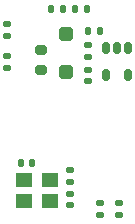
<source format=gbr>
%TF.GenerationSoftware,KiCad,Pcbnew,(6.0.1-0)*%
%TF.CreationDate,2023-04-29T18:47:22+02:00*%
%TF.ProjectId,picoprobe,7069636f-7072-46f6-9265-2e6b69636164,rev?*%
%TF.SameCoordinates,Original*%
%TF.FileFunction,Paste,Bot*%
%TF.FilePolarity,Positive*%
%FSLAX46Y46*%
G04 Gerber Fmt 4.6, Leading zero omitted, Abs format (unit mm)*
G04 Created by KiCad (PCBNEW (6.0.1-0)) date 2023-04-29 18:47:22*
%MOMM*%
%LPD*%
G01*
G04 APERTURE LIST*
G04 Aperture macros list*
%AMRoundRect*
0 Rectangle with rounded corners*
0 $1 Rounding radius*
0 $2 $3 $4 $5 $6 $7 $8 $9 X,Y pos of 4 corners*
0 Add a 4 corners polygon primitive as box body*
4,1,4,$2,$3,$4,$5,$6,$7,$8,$9,$2,$3,0*
0 Add four circle primitives for the rounded corners*
1,1,$1+$1,$2,$3*
1,1,$1+$1,$4,$5*
1,1,$1+$1,$6,$7*
1,1,$1+$1,$8,$9*
0 Add four rect primitives between the rounded corners*
20,1,$1+$1,$2,$3,$4,$5,0*
20,1,$1+$1,$4,$5,$6,$7,0*
20,1,$1+$1,$6,$7,$8,$9,0*
20,1,$1+$1,$8,$9,$2,$3,0*%
G04 Aperture macros list end*
%ADD10RoundRect,0.300000X-0.300000X-0.300000X0.300000X-0.300000X0.300000X0.300000X-0.300000X0.300000X0*%
%ADD11RoundRect,0.140000X0.140000X0.170000X-0.140000X0.170000X-0.140000X-0.170000X0.140000X-0.170000X0*%
%ADD12RoundRect,0.135000X0.185000X-0.135000X0.185000X0.135000X-0.185000X0.135000X-0.185000X-0.135000X0*%
%ADD13RoundRect,0.135000X0.135000X0.185000X-0.135000X0.185000X-0.135000X-0.185000X0.135000X-0.185000X0*%
%ADD14RoundRect,0.140000X-0.170000X0.140000X-0.170000X-0.140000X0.170000X-0.140000X0.170000X0.140000X0*%
%ADD15RoundRect,0.135000X-0.135000X-0.185000X0.135000X-0.185000X0.135000X0.185000X-0.135000X0.185000X0*%
%ADD16RoundRect,0.135000X-0.185000X0.135000X-0.185000X-0.135000X0.185000X-0.135000X0.185000X0.135000X0*%
%ADD17R,1.400000X1.200000*%
%ADD18RoundRect,0.200000X-0.275000X0.200000X-0.275000X-0.200000X0.275000X-0.200000X0.275000X0.200000X0*%
%ADD19RoundRect,0.150000X-0.150000X0.350000X-0.150000X-0.350000X0.150000X-0.350000X0.150000X0.350000X0*%
%ADD20RoundRect,0.140000X0.170000X-0.140000X0.170000X0.140000X-0.170000X0.140000X-0.170000X-0.140000X0*%
G04 APERTURE END LIST*
D10*
%TO.C,D1*%
X159850000Y-93330000D03*
X159850000Y-96530000D03*
%TD*%
D11*
%TO.C,C16*%
X156980000Y-104200000D03*
X156020000Y-104200000D03*
%TD*%
D12*
%TO.C,R8*%
X154850000Y-93460000D03*
X154850000Y-92440000D03*
%TD*%
%TO.C,R7*%
X154850000Y-96160000D03*
X154850000Y-95140000D03*
%TD*%
D13*
%TO.C,R2*%
X161600000Y-91150000D03*
X160580000Y-91150000D03*
%TD*%
D12*
%TO.C,R11*%
X164300000Y-108610000D03*
X164300000Y-107590000D03*
%TD*%
D14*
%TO.C,C1*%
X161750000Y-94270000D03*
X161750000Y-95230000D03*
%TD*%
D15*
%TO.C,R1*%
X158550000Y-91150000D03*
X159570000Y-91150000D03*
%TD*%
D14*
%TO.C,C15*%
X160150000Y-106820000D03*
X160150000Y-107780000D03*
%TD*%
D16*
%TO.C,R3*%
X160150000Y-104790000D03*
X160150000Y-105810000D03*
%TD*%
D17*
%TO.C,Y1*%
X158500000Y-107400000D03*
X156300000Y-107400000D03*
X156300000Y-105700000D03*
X158500000Y-105700000D03*
%TD*%
D12*
%TO.C,R10*%
X162700000Y-108660000D03*
X162700000Y-107640000D03*
%TD*%
D18*
%TO.C,F1*%
X157700000Y-94685000D03*
X157700000Y-96335000D03*
%TD*%
D19*
%TO.C,U1*%
X163200000Y-94500000D03*
X164150000Y-94500000D03*
X165100000Y-94500000D03*
X165100000Y-96800000D03*
X163200000Y-96800000D03*
%TD*%
D15*
%TO.C,FB1*%
X161690000Y-93050000D03*
X162710000Y-93050000D03*
%TD*%
D20*
%TO.C,C2*%
X161750000Y-97280000D03*
X161750000Y-96320000D03*
%TD*%
M02*

</source>
